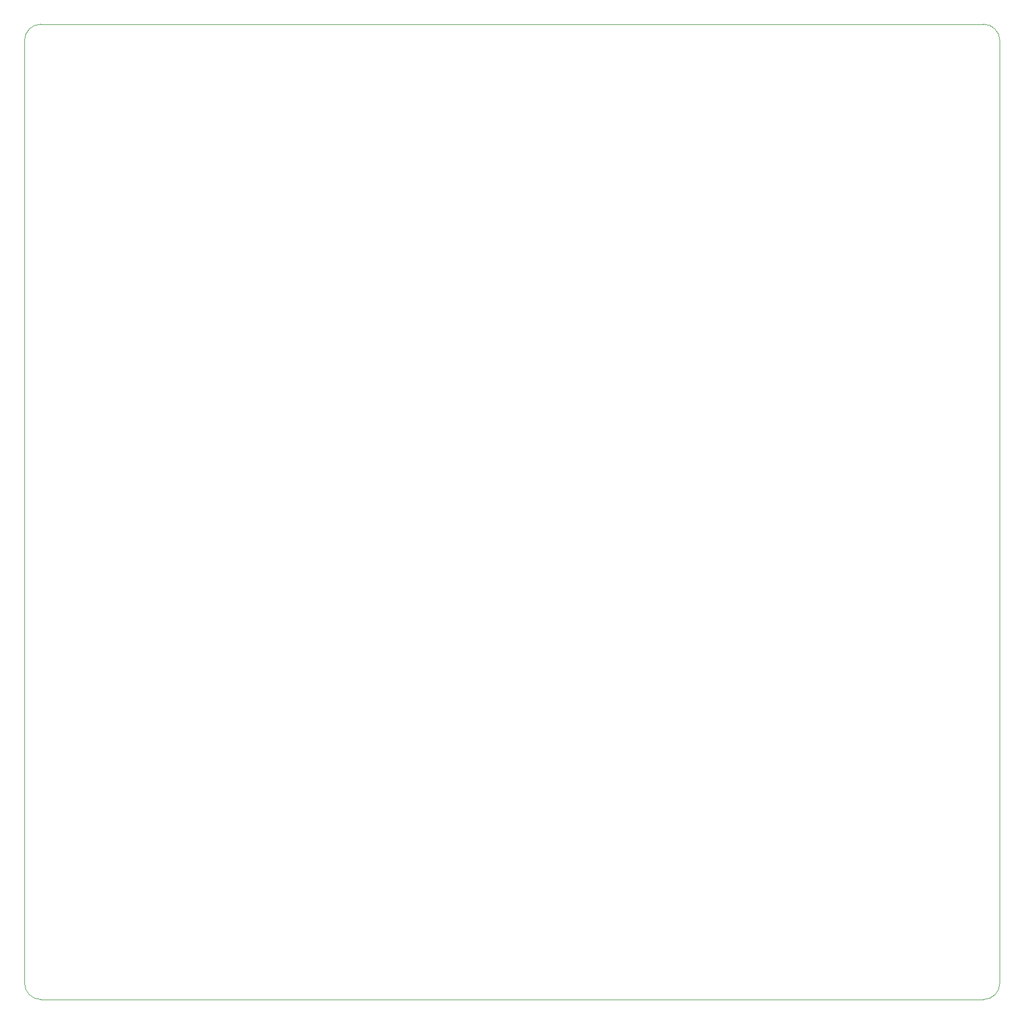
<source format=gbr>
%TF.GenerationSoftware,KiCad,Pcbnew,(5.1.8)-1*%
%TF.CreationDate,2022-06-07T22:38:20+03:00*%
%TF.ProjectId,MUX,4d55582e-6b69-4636-9164-5f7063625858,rev?*%
%TF.SameCoordinates,Original*%
%TF.FileFunction,Profile,NP*%
%FSLAX46Y46*%
G04 Gerber Fmt 4.6, Leading zero omitted, Abs format (unit mm)*
G04 Created by KiCad (PCBNEW (5.1.8)-1) date 2022-06-07 22:38:20*
%MOMM*%
%LPD*%
G01*
G04 APERTURE LIST*
%TA.AperFunction,Profile*%
%ADD10C,0.050000*%
%TD*%
G04 APERTURE END LIST*
D10*
X179070000Y-27940000D02*
G75*
G02*
X181610000Y-30480000I0J-2540000D01*
G01*
X181610000Y-177800000D02*
G75*
G02*
X179070000Y-180340000I-2540000J0D01*
G01*
X31750000Y-180340000D02*
G75*
G02*
X29210000Y-177800000I0J2540000D01*
G01*
X29210000Y-30480000D02*
G75*
G02*
X31750000Y-27940000I2540000J0D01*
G01*
X29210000Y-177800000D02*
X29210000Y-30480000D01*
X179070000Y-180340000D02*
X31750000Y-180340000D01*
X181610000Y-30480000D02*
X181610000Y-177800000D01*
X31750000Y-27940000D02*
X179070000Y-27940000D01*
M02*

</source>
